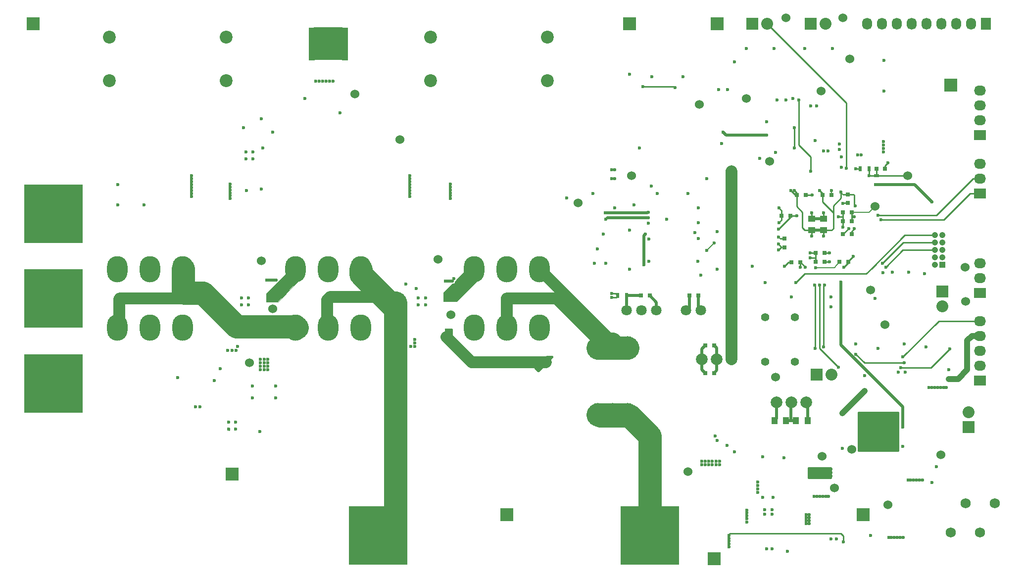
<source format=gbl>
G04 #@! TF.FileFunction,Copper,L4,Bot,Signal*
%FSLAX46Y46*%
G04 Gerber Fmt 4.6, Leading zero omitted, Abs format (unit mm)*
G04 Created by KiCad (PCBNEW 4.0.5+dfsg1-4) date Tue Nov 14 04:37:41 2017*
%MOMM*%
%LPD*%
G01*
G04 APERTURE LIST*
%ADD10C,0.100000*%
%ADD11R,2.235200X2.235200*%
%ADD12C,0.600000*%
%ADD13R,1.050000X1.050000*%
%ADD14C,1.050000*%
%ADD15C,1.750000*%
%ADD16O,3.500120X4.501640*%
%ADD17C,2.000000*%
%ADD18O,3.000000X4.000000*%
%ADD19R,0.800000X0.750000*%
%ADD20R,0.750000X0.800000*%
%ADD21R,2.032000X2.032000*%
%ADD22O,2.032000X2.032000*%
%ADD23R,0.900000X0.500000*%
%ADD24R,0.500000X0.900000*%
%ADD25C,1.397000*%
%ADD26C,1.800000*%
%ADD27R,2.032000X1.727200*%
%ADD28O,2.032000X1.727200*%
%ADD29C,1.524000*%
%ADD30R,10.000000X10.000000*%
%ADD31R,1.000000X1.250000*%
%ADD32R,1.250000X1.000000*%
%ADD33R,1.727200X2.032000*%
%ADD34O,1.727200X2.032000*%
%ADD35C,2.200000*%
%ADD36R,1.000000X1.000000*%
%ADD37R,1.400000X1.000000*%
%ADD38R,4.700000X1.550000*%
%ADD39R,4.200000X3.300000*%
%ADD40R,0.600000X3.300000*%
%ADD41C,0.254000*%
%ADD42C,0.508000*%
%ADD43C,0.152400*%
%ADD44C,1.000000*%
%ADD45C,2.000000*%
%ADD46C,4.000000*%
%ADD47C,3.000000*%
%ADD48C,0.025500*%
%ADD49C,0.381000*%
G04 APERTURE END LIST*
D10*
D11*
X71000000Y-99000000D03*
X37000000Y-22000000D03*
D12*
X193250000Y-84250000D03*
X192750000Y-84250000D03*
X192250000Y-84250000D03*
X191750000Y-84250000D03*
X191250000Y-84250000D03*
X190750000Y-84250000D03*
D13*
X192500000Y-63250000D03*
D14*
X192500000Y-61980000D03*
X192500000Y-60710000D03*
X192500000Y-59440000D03*
X192500000Y-58170000D03*
X191230000Y-61980000D03*
X191230000Y-60710000D03*
X191230000Y-59440000D03*
X191230000Y-58170000D03*
X191230000Y-63250000D03*
D15*
X201500000Y-104000000D03*
X199000000Y-109000000D03*
X194000000Y-109000000D03*
X196500000Y-104000000D03*
D16*
X57000000Y-64000000D03*
X62588000Y-64000000D03*
X51412000Y-64000000D03*
D12*
X125500000Y-79100000D03*
X123500000Y-81100000D03*
X108300000Y-76200000D03*
X108300000Y-75600000D03*
X108300000Y-75000000D03*
X108300000Y-74400000D03*
X77100000Y-81200000D03*
X76500000Y-81200000D03*
X75900000Y-81200000D03*
X77100000Y-80600000D03*
X76500000Y-80600000D03*
X75900000Y-80600000D03*
X77100000Y-80000000D03*
X76500000Y-80000000D03*
X75900000Y-80000000D03*
X77100000Y-79400000D03*
X76500000Y-79400000D03*
X136500000Y-48500000D03*
X136000000Y-48500000D03*
X136500000Y-47000000D03*
X108400000Y-51900000D03*
X108400000Y-51400000D03*
X108400000Y-50900000D03*
X108400000Y-50400000D03*
X108400000Y-49900000D03*
X101400000Y-51500000D03*
X101400000Y-51000000D03*
X101400000Y-50500000D03*
X101400000Y-50000000D03*
X101400000Y-49500000D03*
X101400000Y-49000000D03*
X101400000Y-48500000D03*
X64100000Y-51500000D03*
X64100000Y-51000000D03*
X64100000Y-50500000D03*
X64100000Y-50000000D03*
X64100000Y-49500000D03*
X64100000Y-49000000D03*
X64100000Y-48500000D03*
X70700000Y-51900000D03*
X70700000Y-51400000D03*
X70700000Y-50900000D03*
X70700000Y-50400000D03*
X70700000Y-49900000D03*
X125100000Y-79500000D03*
X124700000Y-79900000D03*
X124300000Y-80300000D03*
X107700000Y-76200000D03*
X107700000Y-75600000D03*
X107700000Y-75000000D03*
X178650000Y-44450000D03*
X178050000Y-44450000D03*
X182450000Y-42100000D03*
X182450000Y-42700000D03*
X182450000Y-43300000D03*
X169750000Y-106000000D03*
X169250000Y-106000000D03*
X173450000Y-99400000D03*
X172850000Y-99400000D03*
X172250000Y-99400000D03*
X171650000Y-99400000D03*
X171050000Y-99400000D03*
X170450000Y-99400000D03*
X169850000Y-99400000D03*
X173450000Y-98800000D03*
X172850000Y-98800000D03*
X172250000Y-98800000D03*
X171650000Y-98800000D03*
X171050000Y-98800000D03*
X170450000Y-98800000D03*
X169850000Y-98800000D03*
X173450000Y-98200000D03*
X172850000Y-98200000D03*
X172250000Y-98200000D03*
X171650000Y-98200000D03*
X171050000Y-98200000D03*
X170450000Y-98200000D03*
X169850000Y-98200000D03*
X160950000Y-102200000D03*
X160950000Y-101600000D03*
X160950000Y-101000000D03*
X154400000Y-97400000D03*
X153800000Y-97400000D03*
X153200000Y-97400000D03*
X152600000Y-97400000D03*
X152000000Y-97400000D03*
X151400000Y-97400000D03*
X154400000Y-96800000D03*
X153800000Y-96800000D03*
X153200000Y-96800000D03*
X152600000Y-96800000D03*
X152000000Y-96800000D03*
X88350000Y-31800000D03*
X87750000Y-31800000D03*
X87150000Y-31800000D03*
X86550000Y-31800000D03*
X85950000Y-31800000D03*
X180600000Y-91800000D03*
X181200000Y-91800000D03*
X181800000Y-91800000D03*
X182400000Y-91800000D03*
X180600000Y-92400000D03*
X181200000Y-92400000D03*
X181800000Y-92400000D03*
X186650000Y-100050000D03*
X187150000Y-100050000D03*
X187650000Y-100050000D03*
X188150000Y-100050000D03*
X188650000Y-100050000D03*
X185850000Y-109850000D03*
X185350000Y-109850000D03*
X184850000Y-109850000D03*
X184350000Y-109850000D03*
X183850000Y-109850000D03*
X173100000Y-102800000D03*
X172600000Y-102800000D03*
X172100000Y-102800000D03*
X171600000Y-102800000D03*
X171100000Y-102800000D03*
X156000000Y-111500000D03*
X156000000Y-111000000D03*
X156000000Y-110500000D03*
X156000000Y-110000000D03*
X169750000Y-106500000D03*
X169250000Y-106500000D03*
X169750000Y-107000000D03*
X169750000Y-107500000D03*
X169750000Y-107500000D03*
X169250000Y-107500000D03*
X169750000Y-107000000D03*
X169250000Y-107000000D03*
X159050000Y-105200000D03*
X159050000Y-107200000D03*
X159050000Y-106650000D03*
X159050000Y-106100000D03*
D17*
X156464000Y-79375000D03*
X153964000Y-79375000D03*
D18*
X133604000Y-77470000D03*
X136144000Y-77470000D03*
X138684000Y-77470000D03*
X138684000Y-88900000D03*
X136144000Y-88900000D03*
X133604000Y-88900000D03*
D17*
X151384000Y-79375000D03*
D19*
X181250000Y-46750000D03*
X182750000Y-46750000D03*
X150750000Y-68500000D03*
X149250000Y-68500000D03*
X141000000Y-68500000D03*
X142500000Y-68500000D03*
D20*
X165500000Y-58750000D03*
X165500000Y-60250000D03*
X176400000Y-51150000D03*
X176400000Y-52650000D03*
D19*
X177000000Y-54250000D03*
X175500000Y-54250000D03*
X168250000Y-62800000D03*
X166750000Y-62800000D03*
X172050000Y-51300000D03*
X173550000Y-51300000D03*
X172350000Y-61200000D03*
X170850000Y-61200000D03*
X176450000Y-62700000D03*
X174950000Y-62700000D03*
X167650000Y-51300000D03*
X169150000Y-51300000D03*
D21*
X171000000Y-82000000D03*
D22*
X173540000Y-82000000D03*
D23*
X181250000Y-49500000D03*
X181250000Y-48000000D03*
D24*
X180000000Y-46750000D03*
X178500000Y-46750000D03*
X138500000Y-68500000D03*
X137000000Y-68500000D03*
D25*
X167290000Y-79810000D03*
X162210000Y-79810000D03*
X167290000Y-72190000D03*
X162210000Y-72190000D03*
D19*
X177000000Y-55750000D03*
X175500000Y-55750000D03*
X165050000Y-54800000D03*
X166550000Y-54800000D03*
X177000000Y-58000000D03*
X175500000Y-58000000D03*
X172350000Y-62700000D03*
X170850000Y-62700000D03*
D26*
X151250000Y-71000000D03*
X148710000Y-71000000D03*
X141090000Y-71000000D03*
X143630000Y-71000000D03*
X138550000Y-71000000D03*
D27*
X199000000Y-51000000D03*
D28*
X199000000Y-48460000D03*
X199000000Y-45920000D03*
D29*
X92000000Y-34000000D03*
X99778175Y-41778175D03*
D30*
X40500000Y-54500000D03*
X40500000Y-83500000D03*
X40500000Y-69000000D03*
X96000000Y-109500000D03*
X142500000Y-109500000D03*
D19*
X153500000Y-77000000D03*
X152000000Y-77000000D03*
X153500000Y-81750000D03*
X152000000Y-81750000D03*
D31*
X163800000Y-89900000D03*
X165800000Y-89900000D03*
D32*
X172200000Y-57300000D03*
X172200000Y-55300000D03*
X170200000Y-57300000D03*
X170200000Y-55300000D03*
D12*
X73850000Y-70100000D03*
X73850000Y-68900000D03*
X72650000Y-70100000D03*
X72650000Y-68900000D03*
X104100000Y-70100000D03*
X104100000Y-68900000D03*
X102900000Y-70100000D03*
X102900000Y-68900000D03*
D33*
X200000000Y-22000000D03*
D34*
X197460000Y-22000000D03*
X194920000Y-22000000D03*
X192380000Y-22000000D03*
X189840000Y-22000000D03*
X187300000Y-22000000D03*
X184760000Y-22000000D03*
X182220000Y-22000000D03*
X179680000Y-22000000D03*
D12*
X159050000Y-105650000D03*
X151400000Y-96800000D03*
X156000000Y-109500000D03*
X170600000Y-102800000D03*
X183350000Y-109850000D03*
X189150000Y-100050000D03*
X182400000Y-92400000D03*
D29*
X151000000Y-35800000D03*
X186600000Y-48000000D03*
X156500000Y-47200000D03*
X159000000Y-34750000D03*
X163000000Y-45500000D03*
X171800000Y-33500000D03*
X175500000Y-21000000D03*
X165750000Y-21000000D03*
X172000000Y-96000000D03*
X177000000Y-94800000D03*
X164000000Y-82400000D03*
X176700000Y-28000000D03*
X149000000Y-98600000D03*
X174100000Y-101400000D03*
X192250000Y-95750000D03*
X130200000Y-52600000D03*
X183250000Y-104250000D03*
X139400000Y-48000000D03*
X180250000Y-67500000D03*
X182750000Y-73500000D03*
X196400000Y-63600000D03*
X196500000Y-69500000D03*
X181000000Y-53250000D03*
X74000000Y-80000000D03*
X106250000Y-62250000D03*
X108500000Y-71750000D03*
X78000000Y-70750000D03*
X76000000Y-62500000D03*
D12*
X85350000Y-31800000D03*
X160950000Y-100400000D03*
X182450000Y-43900000D03*
X107700000Y-74400000D03*
X123900000Y-80700000D03*
X70700000Y-49400000D03*
X64100000Y-48000000D03*
X101400000Y-48000000D03*
X108400000Y-49400000D03*
X136000000Y-47000000D03*
D11*
X194000000Y-32500000D03*
X154000000Y-22000000D03*
D12*
X75900000Y-79400000D03*
D16*
X87500000Y-64000000D03*
X93088000Y-64000000D03*
X81912000Y-64000000D03*
X57000000Y-74000000D03*
X51412000Y-74000000D03*
X62588000Y-74000000D03*
X87500000Y-74000000D03*
X81912000Y-74000000D03*
X93088000Y-74000000D03*
X118000000Y-74000000D03*
X112412000Y-74000000D03*
X123588000Y-74000000D03*
X118000000Y-64000000D03*
X123588000Y-64000000D03*
X112412000Y-64000000D03*
D31*
X169500000Y-89900000D03*
X167500000Y-89900000D03*
D35*
X50000000Y-31750000D03*
X50000000Y-24250000D03*
X105000000Y-31750000D03*
X105000000Y-24250000D03*
X70000000Y-31750000D03*
X70000000Y-24250000D03*
X125000000Y-31750000D03*
X125000000Y-24250000D03*
D36*
X88550000Y-23100000D03*
X86450000Y-23100000D03*
D37*
X87500000Y-23100000D03*
D36*
X85550000Y-23100000D03*
X84650000Y-25000000D03*
X84650000Y-25900000D03*
X84650000Y-26800000D03*
X84650000Y-23200000D03*
X90350000Y-27700000D03*
X90350000Y-26800000D03*
X90350000Y-25900000D03*
X90350000Y-25000000D03*
X90350000Y-24100000D03*
X90350000Y-23200000D03*
X89450000Y-23100000D03*
X84650000Y-27700000D03*
X84650000Y-24100000D03*
D38*
X87500000Y-24350000D03*
D39*
X87500000Y-26550000D03*
D40*
X85300000Y-26550000D03*
X89700000Y-26550000D03*
D27*
X199000000Y-68000000D03*
D28*
X199000000Y-65460000D03*
X199000000Y-62920000D03*
D27*
X199000000Y-83000000D03*
D28*
X199000000Y-80460000D03*
X199000000Y-77920000D03*
X199000000Y-75380000D03*
X199000000Y-72840000D03*
D21*
X160000000Y-22000000D03*
D22*
X162540000Y-22000000D03*
D17*
X169250000Y-86750000D03*
X166710000Y-86750000D03*
X164170000Y-86750000D03*
D21*
X197000000Y-91000000D03*
D22*
X197000000Y-88460000D03*
D21*
X192500000Y-67750000D03*
D22*
X192500000Y-70290000D03*
D27*
X199000000Y-41000000D03*
D28*
X199000000Y-38460000D03*
X199000000Y-35920000D03*
X199000000Y-33380000D03*
D11*
X153500000Y-113500000D03*
X179000000Y-106000000D03*
X139000000Y-22000000D03*
X118000000Y-106000000D03*
D21*
X170000000Y-22000000D03*
D22*
X172540000Y-22000000D03*
D12*
X190250000Y-84250000D03*
X154000000Y-57500000D03*
X166750000Y-68750000D03*
X182400000Y-64600000D03*
X175400000Y-94600000D03*
X179200000Y-82200000D03*
X186200000Y-81600000D03*
X185000000Y-81600000D03*
X193600000Y-81200000D03*
X189750000Y-77250000D03*
X181500000Y-77500000D03*
X186750000Y-64500000D03*
X182500000Y-28250000D03*
X183250000Y-45750000D03*
X177750000Y-46750000D03*
X175500000Y-56750000D03*
X176500000Y-57000000D03*
X174750000Y-55000000D03*
X181000000Y-69000000D03*
X185750000Y-94250000D03*
X190750000Y-100500000D03*
X191500000Y-97750000D03*
X170750000Y-42000000D03*
X170000000Y-36000000D03*
X173000000Y-43750000D03*
X172250000Y-43750000D03*
X157000000Y-28500000D03*
X155750000Y-33250000D03*
X162500000Y-38750000D03*
X164250000Y-35000000D03*
X167000000Y-34750000D03*
X169000000Y-26250000D03*
X159000000Y-26250000D03*
X154750000Y-42500000D03*
X164000000Y-44000000D03*
X154000000Y-64000000D03*
X152250000Y-48500000D03*
X180250000Y-109500000D03*
X162130000Y-105112500D03*
X163370000Y-105112500D03*
X163370000Y-105887500D03*
X162130000Y-105887500D03*
X164500000Y-57100000D03*
X174900000Y-42550000D03*
X174900000Y-43450000D03*
X167600000Y-54800000D03*
X175500000Y-52700000D03*
X170200000Y-54300000D03*
X172200000Y-54300000D03*
X169900000Y-62000000D03*
X169900000Y-61200000D03*
X173600000Y-50500000D03*
X164500000Y-59700000D03*
X164500000Y-60700000D03*
X170300000Y-51300000D03*
X170900000Y-63700000D03*
X165500000Y-63500000D03*
X165400000Y-96200000D03*
X163400000Y-111800000D03*
X166000000Y-112200000D03*
X153700000Y-92500000D03*
X155700000Y-94100000D03*
X162500000Y-111800000D03*
X174400000Y-110100000D03*
X173500000Y-110100000D03*
X154000000Y-93250000D03*
X157000000Y-95250000D03*
X150750000Y-56000000D03*
X150750000Y-58750000D03*
X150750000Y-53500000D03*
X149000000Y-51000000D03*
X150700000Y-62600000D03*
X160000000Y-63500000D03*
X173500000Y-70400000D03*
X173500000Y-68700000D03*
X161250000Y-45000000D03*
X190750000Y-52500000D03*
X175600000Y-110600000D03*
X193600000Y-82800000D03*
X175400000Y-88600000D03*
X179200000Y-84800000D03*
X76000000Y-38250000D03*
X74587500Y-45087500D03*
X73412500Y-45087500D03*
X73412500Y-43912500D03*
X74587500Y-43912500D03*
X71587500Y-90162500D03*
X71587500Y-91337500D03*
X70412500Y-91337500D03*
X70412500Y-90162500D03*
X64750000Y-87500000D03*
X65500000Y-87500000D03*
X61750000Y-82500000D03*
X132750000Y-51000000D03*
X51500000Y-49500000D03*
X89500000Y-37250000D03*
X136000000Y-68800000D03*
X136000000Y-68100000D03*
X128300000Y-51800000D03*
X139000000Y-30600000D03*
X148200000Y-31000000D03*
X142800000Y-31000000D03*
X139750000Y-53000000D03*
X142750000Y-49750000D03*
X143750000Y-51000000D03*
X139000000Y-64000000D03*
X139000000Y-57250000D03*
X142200000Y-56100000D03*
X142300000Y-62600000D03*
X142300000Y-58800000D03*
X171500000Y-50500000D03*
X186000000Y-76750000D03*
X177750000Y-76750000D03*
X189500000Y-64750000D03*
X184000000Y-64500000D03*
X182500000Y-33500000D03*
X162250000Y-66250000D03*
X177500000Y-57000000D03*
X150200000Y-57750000D03*
X151250000Y-65000000D03*
X170200000Y-58300000D03*
X172200000Y-58300000D03*
X164600000Y-53500000D03*
X164600000Y-56000000D03*
X164500000Y-58500000D03*
X175200000Y-50800000D03*
X177600000Y-53100000D03*
X167200000Y-50500000D03*
X166600000Y-50500000D03*
X177300000Y-61800000D03*
X175700000Y-63600000D03*
X169100000Y-63600000D03*
X168200000Y-63600000D03*
X168000000Y-35000000D03*
X170000000Y-47250000D03*
X141500000Y-63250000D03*
X141750000Y-58000000D03*
X78000000Y-40500000D03*
X140750000Y-43250000D03*
X136500000Y-53500000D03*
X180000000Y-48000000D03*
X77000000Y-65800000D03*
X77400000Y-65800000D03*
X78600000Y-65800000D03*
X78200000Y-65800000D03*
X77800000Y-65800000D03*
X155000000Y-40500000D03*
X162500000Y-41000000D03*
X167500000Y-66250000D03*
X76000000Y-50250000D03*
X142200000Y-54200000D03*
X134900000Y-54300000D03*
X75750000Y-91750000D03*
X145400000Y-55400000D03*
X69000000Y-81000000D03*
X133000000Y-63000000D03*
X74500000Y-84000000D03*
X78500000Y-84000000D03*
X78500000Y-86000000D03*
X74500000Y-86000000D03*
X68000000Y-83000000D03*
X135000000Y-63000000D03*
X134500000Y-58000000D03*
X100750000Y-66500000D03*
X102500000Y-67250000D03*
X133500000Y-60500000D03*
X142200000Y-55200000D03*
X135000000Y-55400000D03*
X73500000Y-50500000D03*
X108700000Y-66000000D03*
X109000000Y-65600000D03*
X108300000Y-66000000D03*
X107900000Y-66000000D03*
X107500000Y-66000000D03*
X152250000Y-60750000D03*
X153500000Y-59500000D03*
X175200000Y-66200000D03*
X185750000Y-91000000D03*
X170700000Y-66700000D03*
X170750000Y-77500000D03*
X171500000Y-66700000D03*
X174750000Y-80750000D03*
X172400000Y-66700000D03*
X186000000Y-80000000D03*
X177750000Y-78500000D03*
X172250000Y-77250000D03*
X182900000Y-63600000D03*
X182300000Y-63000000D03*
X176100000Y-46700000D03*
X193800000Y-77600000D03*
X185400000Y-80800000D03*
X185750000Y-79000000D03*
X167250000Y-43250000D03*
X167250000Y-39750000D03*
X56000000Y-53000000D03*
X76250000Y-43250000D03*
X83500000Y-34750000D03*
X73000000Y-39750000D03*
X171000000Y-36000000D03*
X165750000Y-35000000D03*
X175250000Y-46500000D03*
X175250000Y-44750000D03*
X154250000Y-33250000D03*
X173750000Y-26250000D03*
X163750000Y-26250000D03*
X108500000Y-69100000D03*
X108500000Y-68700000D03*
X108000000Y-69100000D03*
X107500000Y-69100000D03*
X108000000Y-68700000D03*
X107500000Y-68700000D03*
X78300000Y-69200000D03*
X77800000Y-69200000D03*
X78300000Y-68600000D03*
X77800000Y-68600000D03*
X77300000Y-69200000D03*
X77300000Y-68600000D03*
X101600000Y-77200000D03*
X102300000Y-77200000D03*
X102300000Y-76600000D03*
X102300000Y-76000000D03*
X71000000Y-77900000D03*
X70300000Y-77900000D03*
X71700000Y-77900000D03*
X72000000Y-77200000D03*
X161800000Y-96100000D03*
X163600000Y-103000000D03*
X161800000Y-103000000D03*
X177500000Y-55000000D03*
X173200000Y-61200000D03*
X173200000Y-62700000D03*
X146800000Y-32900000D03*
X141300000Y-32700000D03*
X51500000Y-53000000D03*
X182000000Y-55500000D03*
X181500000Y-54750000D03*
D41*
X182750000Y-46750000D02*
X182750000Y-46250000D01*
X182750000Y-46250000D02*
X183250000Y-45750000D01*
X178500000Y-46750000D02*
X177750000Y-46750000D01*
X175500000Y-55750000D02*
X175500000Y-56750000D01*
X175500000Y-58000000D02*
X176500000Y-57000000D01*
X175500000Y-55000000D02*
X174750000Y-55000000D01*
X175500000Y-54250000D02*
X175500000Y-55000000D01*
X175500000Y-55000000D02*
X175500000Y-55750000D01*
D42*
X166600000Y-89900000D02*
X166600000Y-86860000D01*
X166600000Y-86860000D02*
X166710000Y-86750000D01*
X167500000Y-89900000D02*
X166600000Y-89900000D01*
X166600000Y-89900000D02*
X165800000Y-89900000D01*
D41*
X164500000Y-57100000D02*
X166550000Y-55050000D01*
D43*
X166550000Y-55050000D02*
X166550000Y-54800000D01*
D41*
X166550000Y-54800000D02*
X167600000Y-54800000D01*
X176400000Y-52650000D02*
X175550000Y-52650000D01*
X175550000Y-52650000D02*
X175500000Y-52700000D01*
X170200000Y-55300000D02*
X170200000Y-54300000D01*
X172200000Y-55300000D02*
X172200000Y-54300000D01*
X170850000Y-62000000D02*
X169900000Y-62000000D01*
X170850000Y-61200000D02*
X169900000Y-61200000D01*
D42*
X170200000Y-55300000D02*
X172200000Y-55300000D01*
D43*
X173550000Y-50550000D02*
X173550000Y-51300000D01*
X173600000Y-50500000D02*
X173550000Y-50550000D01*
X165050000Y-60250000D02*
X165500000Y-60250000D01*
D41*
X164500000Y-59700000D02*
X165050000Y-60250000D01*
D43*
X164950000Y-60250000D02*
X165500000Y-60250000D01*
D41*
X164500000Y-60700000D02*
X164950000Y-60250000D01*
X170300000Y-51300000D02*
X169150000Y-51300000D01*
D43*
X174050000Y-63700000D02*
X174950000Y-62700000D01*
X170900000Y-63700000D02*
X174050000Y-63700000D01*
D41*
X166200000Y-62800000D02*
X166750000Y-62800000D01*
X165500000Y-63500000D02*
X166200000Y-62800000D01*
X170850000Y-62700000D02*
X170850000Y-62000000D01*
X170850000Y-62000000D02*
X170850000Y-61200000D01*
D42*
X149250000Y-68500000D02*
X149250000Y-70460000D01*
X149250000Y-70460000D02*
X148710000Y-71000000D01*
X181250000Y-49500000D02*
X187750000Y-49500000D01*
X187750000Y-49500000D02*
X190750000Y-52500000D01*
X169500000Y-89900000D02*
X169500000Y-87000000D01*
X169500000Y-87000000D02*
X169250000Y-86750000D01*
X153500000Y-81750000D02*
X153964000Y-81286000D01*
X153964000Y-81286000D02*
X153964000Y-79375000D01*
X153500000Y-77000000D02*
X153964000Y-77464000D01*
X153964000Y-77464000D02*
X153964000Y-79375000D01*
X150750000Y-68500000D02*
X150750000Y-70500000D01*
X150750000Y-70500000D02*
X151250000Y-71000000D01*
X152000000Y-81750000D02*
X151384000Y-81134000D01*
X152000000Y-77000000D02*
X151384000Y-77616000D01*
X151384000Y-81134000D02*
X151384000Y-79375000D01*
X151384000Y-77616000D02*
X151384000Y-79375000D01*
D41*
X156000000Y-109500000D02*
X156000000Y-109400000D01*
X156000000Y-109400000D02*
X156200000Y-109200000D01*
X175600000Y-109600000D02*
X175600000Y-110600000D01*
X175200000Y-109200000D02*
X175600000Y-109600000D01*
X156200000Y-109200000D02*
X175200000Y-109200000D01*
D44*
X197620000Y-75380000D02*
X199000000Y-75380000D01*
X196800000Y-76200000D02*
X197620000Y-75380000D01*
X196800000Y-81200000D02*
X196800000Y-76200000D01*
X195200000Y-82800000D02*
X196800000Y-81200000D01*
X193600000Y-82800000D02*
X195200000Y-82800000D01*
X175400000Y-88600000D02*
X179200000Y-84800000D01*
D42*
X74587500Y-45087500D02*
X74600000Y-45100000D01*
X73412500Y-45087500D02*
X73400000Y-45100000D01*
X73412500Y-43912500D02*
X73400000Y-43900000D01*
X74587500Y-43912500D02*
X74600000Y-43900000D01*
D41*
X71587500Y-90162500D02*
X71500000Y-90250000D01*
X71587500Y-91337500D02*
X71500000Y-91250000D01*
X70500000Y-91500000D02*
X70412500Y-91412500D01*
X70412500Y-91412500D02*
X70412500Y-91337500D01*
X70412500Y-90162500D02*
X70500000Y-90250000D01*
X137000000Y-68500000D02*
X136700000Y-68800000D01*
X136700000Y-68800000D02*
X136000000Y-68800000D01*
X137000000Y-68500000D02*
X136600000Y-68100000D01*
X136600000Y-68100000D02*
X136000000Y-68100000D01*
D42*
X142500000Y-68500000D02*
X143630000Y-69630000D01*
X143630000Y-69630000D02*
X143630000Y-71000000D01*
D41*
X104087500Y-70087500D02*
X104100000Y-70100000D01*
X104100000Y-68800000D02*
X104100000Y-68900000D01*
X104100000Y-68900000D02*
X104087500Y-68912500D01*
X102800000Y-70100000D02*
X102900000Y-70100000D01*
X102900000Y-70100000D02*
X102912500Y-70087500D01*
X102800000Y-68900000D02*
X102900000Y-68900000D01*
X102900000Y-68900000D02*
X102912500Y-68912500D01*
D45*
X51800000Y-69000000D02*
X68100000Y-69000000D01*
X71900000Y-73900000D02*
X71800000Y-73800000D01*
X68100000Y-69000000D02*
X71900000Y-73900000D01*
X51700000Y-73712000D02*
X51700000Y-69100000D01*
X51700000Y-69100000D02*
X51800000Y-69000000D01*
D46*
X66000000Y-68000000D02*
X62900000Y-68000000D01*
X62688000Y-67788000D02*
X62900000Y-68000000D01*
X62688000Y-63900000D02*
X62688000Y-67788000D01*
X71800000Y-73800000D02*
X66000000Y-68000000D01*
X71800000Y-73800000D02*
X81912000Y-73800000D01*
D45*
X51412000Y-74000000D02*
X51700000Y-73712000D01*
D46*
X81912000Y-73800000D02*
X82112000Y-74000000D01*
D45*
X51412000Y-74000000D02*
X51400000Y-73988000D01*
X51412000Y-74000000D02*
X51500000Y-73912000D01*
X62600000Y-63988000D02*
X62688000Y-63900000D01*
D41*
X173900000Y-54300000D02*
X173900000Y-53100000D01*
X175200000Y-51800000D02*
X175200000Y-50800000D01*
X173900000Y-53100000D02*
X175200000Y-51800000D01*
X172050000Y-51300000D02*
X172050000Y-52450000D01*
X173600000Y-57300000D02*
X172200000Y-57300000D01*
X173900000Y-57000000D02*
X173600000Y-57300000D01*
X173900000Y-54300000D02*
X173900000Y-57000000D01*
X172050000Y-52450000D02*
X173900000Y-54300000D01*
X167650000Y-51300000D02*
X167600000Y-51350000D01*
X167600000Y-51350000D02*
X167600000Y-53200000D01*
X169000000Y-57300000D02*
X170200000Y-57300000D01*
X168600000Y-56900000D02*
X169000000Y-57300000D01*
X168600000Y-54200000D02*
X168600000Y-56900000D01*
X167600000Y-53200000D02*
X168600000Y-54200000D01*
X171500000Y-50500000D02*
X172050000Y-51050000D01*
D43*
X177000000Y-57500000D02*
X177000000Y-58000000D01*
D41*
X177500000Y-57000000D02*
X177000000Y-57500000D01*
D42*
X163800000Y-89900000D02*
X164170000Y-89530000D01*
X164170000Y-89530000D02*
X164170000Y-86750000D01*
D41*
X170200000Y-57300000D02*
X170200000Y-58300000D01*
X172200000Y-57300000D02*
X172200000Y-58300000D01*
D42*
X170200000Y-57300000D02*
X172200000Y-57300000D01*
D43*
X172050000Y-51050000D02*
X172050000Y-51300000D01*
D41*
X165050000Y-53950000D02*
X165050000Y-54800000D01*
X164600000Y-53500000D02*
X165050000Y-53950000D01*
X165050000Y-55550000D02*
X165050000Y-54800000D01*
X164600000Y-56000000D02*
X165050000Y-55550000D01*
X164750000Y-58750000D02*
X165500000Y-58750000D01*
D43*
X164500000Y-58500000D02*
X164750000Y-58750000D01*
D41*
X175550000Y-51150000D02*
X176400000Y-51150000D01*
D43*
X175200000Y-50800000D02*
X175550000Y-51150000D01*
X177600000Y-53100000D02*
X177500000Y-53000000D01*
D41*
X177500000Y-53000000D02*
X177500000Y-51300000D01*
D43*
X177500000Y-51300000D02*
X177350000Y-51150000D01*
D41*
X177350000Y-51150000D02*
X176400000Y-51150000D01*
X167200000Y-50500000D02*
X167650000Y-50950000D01*
D43*
X167650000Y-50950000D02*
X167650000Y-51300000D01*
D41*
X166600000Y-50500000D02*
X167400000Y-51300000D01*
D43*
X167400000Y-51300000D02*
X167650000Y-51300000D01*
D41*
X177300000Y-61800000D02*
X176450000Y-62650000D01*
D43*
X176450000Y-62650000D02*
X176450000Y-62700000D01*
D41*
X175700000Y-63600000D02*
X176450000Y-62850000D01*
D43*
X176450000Y-62850000D02*
X176450000Y-62700000D01*
D41*
X169100000Y-63600000D02*
X168300000Y-62800000D01*
D43*
X168300000Y-62800000D02*
X168250000Y-62800000D01*
D41*
X168200000Y-63600000D02*
X168250000Y-62850000D01*
D43*
X168250000Y-62850000D02*
X168250000Y-62800000D01*
D41*
X168000000Y-35000000D02*
X168000000Y-42750000D01*
X168000000Y-42750000D02*
X170000000Y-44750000D01*
X170000000Y-44750000D02*
X170000000Y-47250000D01*
D42*
X141500000Y-58250000D02*
X141500000Y-63250000D01*
X141750000Y-58000000D02*
X141500000Y-58250000D01*
D45*
X112100000Y-79900000D02*
X124700000Y-79900000D01*
X107700000Y-75600000D02*
X112000000Y-79900000D01*
D42*
X138500000Y-68500000D02*
X141000000Y-68500000D01*
X138500000Y-68500000D02*
X138500000Y-70950000D01*
X138500000Y-70950000D02*
X138550000Y-71000000D01*
D41*
X181250000Y-48000000D02*
X186600000Y-48000000D01*
X181250000Y-48000000D02*
X181250000Y-46750000D01*
X180000000Y-48000000D02*
X180000000Y-46750000D01*
X180000000Y-48000000D02*
X181250000Y-48000000D01*
D46*
X40242500Y-68809500D02*
X40140000Y-68912000D01*
X142500000Y-103200000D02*
X142500000Y-109500000D01*
X133604000Y-88900000D02*
X138684000Y-88900000D01*
X136540000Y-89000000D02*
X134000000Y-89000000D01*
X136540000Y-89000000D02*
X139000000Y-89000000D01*
X139000000Y-89000000D02*
X142500000Y-92500000D01*
X142500000Y-92500000D02*
X142500000Y-103200000D01*
X142500000Y-103200000D02*
X142500000Y-105230000D01*
X99000000Y-102000000D02*
X99000000Y-106500000D01*
X99000000Y-106500000D02*
X96000000Y-109500000D01*
X99000000Y-98700000D02*
X99000000Y-70750000D01*
X99000000Y-98700000D02*
X99000000Y-102000000D01*
D45*
X87300000Y-74000000D02*
X87300000Y-69246000D01*
X87800000Y-68746000D02*
X97500000Y-68746000D01*
X87300000Y-69246000D02*
X87800000Y-68746000D01*
D46*
X93088000Y-64838000D02*
X99000000Y-70750000D01*
X99000000Y-70750000D02*
X99000000Y-69745000D01*
X93088000Y-64000000D02*
X93088000Y-64838000D01*
D42*
X155500000Y-41000000D02*
X155000000Y-40500000D01*
X162500000Y-41000000D02*
X155500000Y-41000000D01*
D41*
X180475000Y-63775000D02*
X186080000Y-58170000D01*
X186080000Y-58170000D02*
X191230000Y-58170000D01*
X179500000Y-64750000D02*
X180475000Y-63775000D01*
X180475000Y-63775000D02*
X180500000Y-63750000D01*
X169000000Y-64750000D02*
X179500000Y-64750000D01*
X167500000Y-66250000D02*
X169000000Y-64750000D01*
X142200000Y-54200000D02*
X142100000Y-54300000D01*
D42*
X142100000Y-54300000D02*
X134900000Y-54300000D01*
X142200000Y-55200000D02*
X135200000Y-55200000D01*
D41*
X135200000Y-55200000D02*
X135000000Y-55400000D01*
D45*
X126500000Y-69000000D02*
X134970000Y-77470000D01*
X134970000Y-77470000D02*
X136144000Y-77470000D01*
X128500000Y-68912000D02*
X136144000Y-76556000D01*
X136144000Y-76556000D02*
X136144000Y-77470000D01*
X128500000Y-69826000D02*
X136144000Y-77470000D01*
D47*
X136144000Y-76244000D02*
X136144000Y-77470000D01*
D45*
X136144000Y-77470000D02*
X136144000Y-77144000D01*
D46*
X133604000Y-77470000D02*
X136144000Y-77470000D01*
X138684000Y-77470000D02*
X136144000Y-77470000D01*
D47*
X136540000Y-77570000D02*
X139080000Y-77570000D01*
X134000000Y-77570000D02*
X136540000Y-77570000D01*
D41*
X107500000Y-66000000D02*
X107400000Y-66000000D01*
D45*
X123588000Y-64000000D02*
X128500000Y-68912000D01*
X128500000Y-68912000D02*
X128500000Y-69826000D01*
X118000000Y-74000000D02*
X118000000Y-69500000D01*
X128500000Y-69000000D02*
X128500000Y-69826000D01*
X118000000Y-69000000D02*
X126500000Y-69000000D01*
X126500000Y-69000000D02*
X128500000Y-69000000D01*
X118000000Y-69500000D02*
X118000000Y-69000000D01*
D43*
X153500000Y-59500000D02*
X152250000Y-60750000D01*
D42*
X185000000Y-86750000D02*
X185750000Y-87500000D01*
X175200000Y-76950000D02*
X185000000Y-86750000D01*
X175200000Y-66200000D02*
X175200000Y-76950000D01*
X185750000Y-87500000D02*
X185750000Y-91000000D01*
D41*
X170750000Y-66750000D02*
X170750000Y-77500000D01*
X170700000Y-66700000D02*
X170750000Y-66750000D01*
X171500000Y-77500000D02*
X174750000Y-80750000D01*
X171500000Y-77500000D02*
X171500000Y-66700000D01*
X172250000Y-66850000D02*
X172250000Y-77250000D01*
X172400000Y-66700000D02*
X172250000Y-66850000D01*
X186000000Y-80000000D02*
X179250000Y-80000000D01*
X179250000Y-80000000D02*
X177750000Y-78500000D01*
X185790000Y-60710000D02*
X191230000Y-60710000D01*
X182900000Y-63600000D02*
X185790000Y-60710000D01*
X182300000Y-63000000D02*
X185860000Y-59440000D01*
X191230000Y-59440000D02*
X185860000Y-59440000D01*
X176100000Y-35560000D02*
X176100000Y-46700000D01*
X176100000Y-35560000D02*
X162540000Y-22000000D01*
X190600000Y-80800000D02*
X193800000Y-77600000D01*
X185400000Y-80800000D02*
X190600000Y-80800000D01*
X191910000Y-72840000D02*
X199000000Y-72840000D01*
X185750000Y-79000000D02*
X191910000Y-72840000D01*
X167250000Y-39750000D02*
X167250000Y-43250000D01*
D43*
X177000000Y-54250000D02*
X180000000Y-54250000D01*
X180000000Y-54250000D02*
X181000000Y-53250000D01*
D41*
X177000000Y-55000000D02*
X177500000Y-55000000D01*
X177000000Y-54250000D02*
X177000000Y-55000000D01*
X177000000Y-55000000D02*
X177000000Y-55750000D01*
X173200000Y-61200000D02*
X172350000Y-61200000D01*
X173200000Y-62700000D02*
X172350000Y-62700000D01*
X146800000Y-32700000D02*
X146800000Y-32900000D01*
X141300000Y-32700000D02*
X146800000Y-32700000D01*
X51500000Y-63912000D02*
X51412000Y-64000000D01*
D45*
X156500000Y-47200000D02*
X156464000Y-47236000D01*
X156464000Y-47236000D02*
X156464000Y-79375000D01*
X156464000Y-47736000D02*
X156500000Y-47700000D01*
D42*
X156464000Y-79375000D02*
X156500000Y-79339000D01*
D41*
X182000000Y-55500000D02*
X192750000Y-55500000D01*
X197250000Y-51000000D02*
X199000000Y-51000000D01*
X192750000Y-55500000D02*
X197250000Y-51000000D01*
X181500000Y-54750000D02*
X191500000Y-54750000D01*
X197790000Y-48460000D02*
X199000000Y-48460000D01*
X191500000Y-54750000D02*
X197790000Y-48460000D01*
D48*
G36*
X113387250Y-65594718D02*
X109494718Y-69487250D01*
X107212750Y-69487250D01*
X107212750Y-68005282D01*
X108752835Y-66465197D01*
X108792118Y-66465231D01*
X108963142Y-66394565D01*
X109094105Y-66263830D01*
X109165069Y-66092930D01*
X109165104Y-66052928D01*
X109195530Y-66022502D01*
X109263142Y-65994565D01*
X109394105Y-65863830D01*
X109422440Y-65795592D01*
X111209016Y-64009016D01*
X111211813Y-64004798D01*
X111212750Y-64000000D01*
X111212750Y-63112750D01*
X113387250Y-63112750D01*
X113387250Y-65594718D01*
X113387250Y-65594718D01*
G37*
X113387250Y-65594718D02*
X109494718Y-69487250D01*
X107212750Y-69487250D01*
X107212750Y-68005282D01*
X108752835Y-66465197D01*
X108792118Y-66465231D01*
X108963142Y-66394565D01*
X109094105Y-66263830D01*
X109165069Y-66092930D01*
X109165104Y-66052928D01*
X109195530Y-66022502D01*
X109263142Y-65994565D01*
X109394105Y-65863830D01*
X109422440Y-65795592D01*
X111209016Y-64009016D01*
X111211813Y-64004798D01*
X111212750Y-64000000D01*
X111212750Y-63112750D01*
X113387250Y-63112750D01*
X113387250Y-65594718D01*
G36*
X82887250Y-65394900D02*
X78894536Y-69587250D01*
X76912750Y-69587250D01*
X76912750Y-68105282D01*
X78795530Y-66222502D01*
X78863142Y-66194565D01*
X78994105Y-66063830D01*
X79022440Y-65995592D01*
X80909016Y-64109016D01*
X80911813Y-64104798D01*
X80912750Y-64100000D01*
X80912750Y-63112750D01*
X82887250Y-63112750D01*
X82887250Y-65394900D01*
X82887250Y-65394900D01*
G37*
X82887250Y-65394900D02*
X78894536Y-69587250D01*
X76912750Y-69587250D01*
X76912750Y-68105282D01*
X78795530Y-66222502D01*
X78863142Y-66194565D01*
X78994105Y-66063830D01*
X79022440Y-65995592D01*
X80909016Y-64109016D01*
X80911813Y-64104798D01*
X80912750Y-64100000D01*
X80912750Y-63112750D01*
X82887250Y-63112750D01*
X82887250Y-65394900D01*
D41*
G36*
X184973000Y-95023000D02*
X178177000Y-95023000D01*
X178177000Y-88477000D01*
X184973000Y-88477000D01*
X184973000Y-95023000D01*
X184973000Y-95023000D01*
G37*
X184973000Y-95023000D02*
X178177000Y-95023000D01*
X178177000Y-88477000D01*
X184973000Y-88477000D01*
X184973000Y-95023000D01*
G36*
X173473000Y-99673000D02*
X169627000Y-99673000D01*
X169627000Y-97927000D01*
X173473000Y-97927000D01*
X173473000Y-99673000D01*
X173473000Y-99673000D01*
G37*
X173473000Y-99673000D02*
X169627000Y-99673000D01*
X169627000Y-97927000D01*
X173473000Y-97927000D01*
X173473000Y-99673000D01*
D49*
G36*
X108509500Y-76509500D02*
X107590500Y-76509500D01*
X107590500Y-74290500D01*
X108509500Y-74290500D01*
X108509500Y-76509500D01*
X108509500Y-76509500D01*
G37*
X108509500Y-76509500D02*
X107590500Y-76509500D01*
X107590500Y-74290500D01*
X108509500Y-74290500D01*
X108509500Y-76509500D01*
G36*
X123421092Y-81309500D02*
X123378908Y-81309500D01*
X122969408Y-80900000D01*
X124878908Y-78990500D01*
X125740092Y-78990500D01*
X123421092Y-81309500D01*
X123421092Y-81309500D01*
G37*
X123421092Y-81309500D02*
X123378908Y-81309500D01*
X122969408Y-80900000D01*
X124878908Y-78990500D01*
X125740092Y-78990500D01*
X123421092Y-81309500D01*
M02*

</source>
